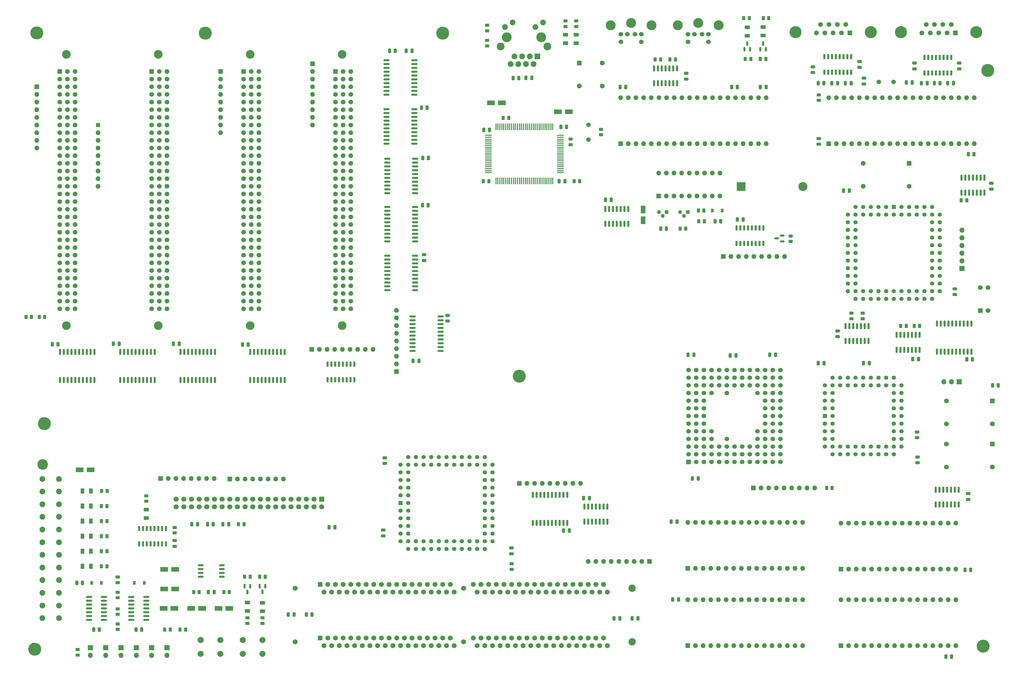
<source format=gbr>
%TF.GenerationSoftware,KiCad,Pcbnew,(6.0.8)*%
%TF.CreationDate,2022-10-29T13:34:51+01:00*%
%TF.ProjectId,yddraig030,79646472-6169-4673-9033-302e6b696361,rev?*%
%TF.SameCoordinates,Original*%
%TF.FileFunction,Soldermask,Top*%
%TF.FilePolarity,Negative*%
%FSLAX46Y46*%
G04 Gerber Fmt 4.6, Leading zero omitted, Abs format (unit mm)*
G04 Created by KiCad (PCBNEW (6.0.8)) date 2022-10-29 13:34:51*
%MOMM*%
%LPD*%
G01*
G04 APERTURE LIST*
G04 Aperture macros list*
%AMRoundRect*
0 Rectangle with rounded corners*
0 $1 Rounding radius*
0 $2 $3 $4 $5 $6 $7 $8 $9 X,Y pos of 4 corners*
0 Add a 4 corners polygon primitive as box body*
4,1,4,$2,$3,$4,$5,$6,$7,$8,$9,$2,$3,0*
0 Add four circle primitives for the rounded corners*
1,1,$1+$1,$2,$3*
1,1,$1+$1,$4,$5*
1,1,$1+$1,$6,$7*
1,1,$1+$1,$8,$9*
0 Add four rect primitives between the rounded corners*
20,1,$1+$1,$2,$3,$4,$5,0*
20,1,$1+$1,$4,$5,$6,$7,0*
20,1,$1+$1,$6,$7,$8,$9,0*
20,1,$1+$1,$8,$9,$2,$3,0*%
G04 Aperture macros list end*
%ADD10RoundRect,0.250000X-0.250000X-0.475000X0.250000X-0.475000X0.250000X0.475000X-0.250000X0.475000X0*%
%ADD11RoundRect,0.250000X0.450000X-0.262500X0.450000X0.262500X-0.450000X0.262500X-0.450000X-0.262500X0*%
%ADD12R,1.300000X1.300000*%
%ADD13C,1.300000*%
%ADD14R,1.600000X1.600000*%
%ADD15O,1.600000X1.600000*%
%ADD16RoundRect,0.250000X0.625000X-0.375000X0.625000X0.375000X-0.625000X0.375000X-0.625000X-0.375000X0*%
%ADD17RoundRect,0.250000X0.375000X0.625000X-0.375000X0.625000X-0.375000X-0.625000X0.375000X-0.625000X0*%
%ADD18RoundRect,0.250000X-0.625000X0.375000X-0.625000X-0.375000X0.625000X-0.375000X0.625000X0.375000X0*%
%ADD19RoundRect,0.250000X-1.050000X-0.550000X1.050000X-0.550000X1.050000X0.550000X-1.050000X0.550000X0*%
%ADD20RoundRect,0.250000X-0.475000X0.250000X-0.475000X-0.250000X0.475000X-0.250000X0.475000X0.250000X0*%
%ADD21RoundRect,0.250000X0.250000X0.475000X-0.250000X0.475000X-0.250000X-0.475000X0.250000X-0.475000X0*%
%ADD22RoundRect,0.150000X0.150000X-0.875000X0.150000X0.875000X-0.150000X0.875000X-0.150000X-0.875000X0*%
%ADD23R,1.700000X1.700000*%
%ADD24O,1.700000X1.700000*%
%ADD25RoundRect,0.250000X-0.262500X-0.450000X0.262500X-0.450000X0.262500X0.450000X-0.262500X0.450000X0*%
%ADD26RoundRect,0.150000X0.875000X0.150000X-0.875000X0.150000X-0.875000X-0.150000X0.875000X-0.150000X0*%
%ADD27C,1.600000*%
%ADD28RoundRect,0.150000X-0.150000X0.825000X-0.150000X-0.825000X0.150000X-0.825000X0.150000X0.825000X0*%
%ADD29RoundRect,0.250000X0.475000X-0.250000X0.475000X0.250000X-0.475000X0.250000X-0.475000X-0.250000X0*%
%ADD30RoundRect,0.150000X0.150000X-0.825000X0.150000X0.825000X-0.150000X0.825000X-0.150000X-0.825000X0*%
%ADD31RoundRect,0.150000X-0.875000X-0.150000X0.875000X-0.150000X0.875000X0.150000X-0.875000X0.150000X0*%
%ADD32RoundRect,0.250000X-0.450000X0.262500X-0.450000X-0.262500X0.450000X-0.262500X0.450000X0.262500X0*%
%ADD33R,3.000000X3.000000*%
%ADD34C,3.000000*%
%ADD35RoundRect,0.150000X-0.150000X0.587500X-0.150000X-0.587500X0.150000X-0.587500X0.150000X0.587500X0*%
%ADD36C,1.524000*%
%ADD37C,3.300000*%
%ADD38RoundRect,0.150000X0.150000X-0.725000X0.150000X0.725000X-0.150000X0.725000X-0.150000X-0.725000X0*%
%ADD39RoundRect,0.250000X0.262500X0.450000X-0.262500X0.450000X-0.262500X-0.450000X0.262500X-0.450000X0*%
%ADD40RoundRect,0.150000X-0.800000X-0.150000X0.800000X-0.150000X0.800000X0.150000X-0.800000X0.150000X0*%
%ADD41C,4.300000*%
%ADD42C,2.440000*%
%ADD43C,1.660000*%
%ADD44R,1.650000X1.650000*%
%ADD45C,1.650000*%
%ADD46R,1.422400X1.422400*%
%ADD47C,1.422400*%
%ADD48RoundRect,0.150000X-0.150000X0.875000X-0.150000X-0.875000X0.150000X-0.875000X0.150000X0.875000X0*%
%ADD49C,2.850000*%
%ADD50RoundRect,0.249999X-0.525001X-0.525001X0.525001X-0.525001X0.525001X0.525001X-0.525001X0.525001X0*%
%ADD51C,1.550000*%
%ADD52C,1.905000*%
%ADD53C,3.505200*%
%ADD54R,1.400000X1.400000*%
%ADD55R,1.524000X1.524000*%
%ADD56C,4.000000*%
%ADD57RoundRect,0.250000X-0.600000X0.600000X-0.600000X-0.600000X0.600000X-0.600000X0.600000X0.600000X0*%
%ADD58C,1.700000*%
%ADD59RoundRect,0.150000X-0.150000X0.725000X-0.150000X-0.725000X0.150000X-0.725000X0.150000X0.725000X0*%
%ADD60C,2.000000*%
%ADD61R,0.350000X2.200000*%
%ADD62R,2.200000X0.350000*%
%ADD63C,1.500000*%
%ADD64R,1.580000X1.580000*%
%ADD65C,1.580000*%
%ADD66R,0.900000X1.200000*%
%ADD67RoundRect,0.150000X0.150000X-0.587500X0.150000X0.587500X-0.150000X0.587500X-0.150000X-0.587500X0*%
%ADD68RoundRect,0.150000X-0.825000X-0.150000X0.825000X-0.150000X0.825000X0.150000X-0.825000X0.150000X0*%
%ADD69C,3.250000*%
%ADD70C,2.600000*%
%ADD71C,1.890000*%
%ADD72R,1.900000X1.900000*%
%ADD73C,1.900000*%
%ADD74RoundRect,0.150000X0.587500X0.150000X-0.587500X0.150000X-0.587500X-0.150000X0.587500X-0.150000X0*%
%ADD75RoundRect,0.250000X-0.550000X1.050000X-0.550000X-1.050000X0.550000X-1.050000X0.550000X1.050000X0*%
G04 APERTURE END LIST*
D10*
%TO.C,C1503*%
X270500000Y-99900000D03*
X272400000Y-99900000D03*
%TD*%
D11*
%TO.C,R202*%
X108000000Y-233912500D03*
X108000000Y-232087500D03*
%TD*%
D12*
%TO.C,Q1302*%
X247040000Y-97500000D03*
D13*
X245770000Y-98770000D03*
X244500000Y-97500000D03*
%TD*%
D14*
%TO.C,U402*%
X254000000Y-215646000D03*
D15*
X256540000Y-215646000D03*
X259080000Y-215646000D03*
X261620000Y-215646000D03*
X264160000Y-215646000D03*
X266700000Y-215646000D03*
X269240000Y-215646000D03*
X271780000Y-215646000D03*
X274320000Y-215646000D03*
X276860000Y-215646000D03*
X279400000Y-215646000D03*
X281940000Y-215646000D03*
X284480000Y-215646000D03*
X287020000Y-215646000D03*
X289560000Y-215646000D03*
X292100000Y-215646000D03*
X292100000Y-200406000D03*
X289560000Y-200406000D03*
X287020000Y-200406000D03*
X284480000Y-200406000D03*
X281940000Y-200406000D03*
X279400000Y-200406000D03*
X276860000Y-200406000D03*
X274320000Y-200406000D03*
X271780000Y-200406000D03*
X269240000Y-200406000D03*
X266700000Y-200406000D03*
X264160000Y-200406000D03*
X261620000Y-200406000D03*
X259080000Y-200406000D03*
X256540000Y-200406000D03*
X254000000Y-200406000D03*
%TD*%
D10*
%TO.C,C1302*%
X263100000Y-100500000D03*
X265000000Y-100500000D03*
%TD*%
D16*
%TO.C,D202*%
X113000000Y-229900000D03*
X113000000Y-227100000D03*
%TD*%
D17*
%TO.C,D1406*%
X56087500Y-215000000D03*
X53287500Y-215000000D03*
%TD*%
D11*
%TO.C,R1208*%
X213500000Y-35912500D03*
X213500000Y-34087500D03*
%TD*%
D18*
%TO.C,D601*%
X74500000Y-196200000D03*
X74500000Y-199000000D03*
%TD*%
D14*
%TO.C,U501*%
X300750000Y-74750000D03*
D15*
X303290000Y-74750000D03*
X305830000Y-74750000D03*
X308370000Y-74750000D03*
X310910000Y-74750000D03*
X313450000Y-74750000D03*
X315990000Y-74750000D03*
X318530000Y-74750000D03*
X321070000Y-74750000D03*
X323610000Y-74750000D03*
X326150000Y-74750000D03*
X328690000Y-74750000D03*
X331230000Y-74750000D03*
X333770000Y-74750000D03*
X336310000Y-74750000D03*
X338850000Y-74750000D03*
X341390000Y-74750000D03*
X343930000Y-74750000D03*
X346470000Y-74750000D03*
X349010000Y-74750000D03*
X349010000Y-59510000D03*
X346470000Y-59510000D03*
X343930000Y-59510000D03*
X341390000Y-59510000D03*
X338850000Y-59510000D03*
X336310000Y-59510000D03*
X333770000Y-59510000D03*
X331230000Y-59510000D03*
X328690000Y-59510000D03*
X326150000Y-59510000D03*
X323610000Y-59510000D03*
X321070000Y-59510000D03*
X318530000Y-59510000D03*
X315990000Y-59510000D03*
X313450000Y-59510000D03*
X310910000Y-59510000D03*
X308370000Y-59510000D03*
X305830000Y-59510000D03*
X303290000Y-59510000D03*
X300750000Y-59510000D03*
%TD*%
D19*
%TO.C,C1408*%
X80200000Y-229000000D03*
X83800000Y-229000000D03*
%TD*%
D10*
%TO.C,C1103*%
X231600000Y-56000000D03*
X233500000Y-56000000D03*
%TD*%
D14*
%TO.C,U1102*%
X231740000Y-74740000D03*
D15*
X234280000Y-74740000D03*
X236820000Y-74740000D03*
X239360000Y-74740000D03*
X241900000Y-74740000D03*
X244440000Y-74740000D03*
X246980000Y-74740000D03*
X249520000Y-74740000D03*
X252060000Y-74740000D03*
X254600000Y-74740000D03*
X257140000Y-74740000D03*
X259680000Y-74740000D03*
X262220000Y-74740000D03*
X264760000Y-74740000D03*
X267300000Y-74740000D03*
X269840000Y-74740000D03*
X272380000Y-74740000D03*
X274920000Y-74740000D03*
X277460000Y-74740000D03*
X280000000Y-74740000D03*
X280000000Y-59500000D03*
X277460000Y-59500000D03*
X274920000Y-59500000D03*
X272380000Y-59500000D03*
X269840000Y-59500000D03*
X267300000Y-59500000D03*
X264760000Y-59500000D03*
X262220000Y-59500000D03*
X259680000Y-59500000D03*
X257140000Y-59500000D03*
X254600000Y-59500000D03*
X252060000Y-59500000D03*
X249520000Y-59500000D03*
X246980000Y-59500000D03*
X244440000Y-59500000D03*
X241900000Y-59500000D03*
X239360000Y-59500000D03*
X236820000Y-59500000D03*
X234280000Y-59500000D03*
X231740000Y-59500000D03*
%TD*%
D20*
%TO.C,C505*%
X311000000Y-47550000D03*
X311000000Y-49450000D03*
%TD*%
D21*
%TO.C,C510*%
X342150000Y-54750000D03*
X340250000Y-54750000D03*
%TD*%
D22*
%TO.C,U902*%
X65785000Y-153150000D03*
X67055000Y-153150000D03*
X68325000Y-153150000D03*
X69595000Y-153150000D03*
X70865000Y-153150000D03*
X72135000Y-153150000D03*
X73405000Y-153150000D03*
X74675000Y-153150000D03*
X75945000Y-153150000D03*
X77215000Y-153150000D03*
X77215000Y-143850000D03*
X75945000Y-143850000D03*
X74675000Y-143850000D03*
X73405000Y-143850000D03*
X72135000Y-143850000D03*
X70865000Y-143850000D03*
X69595000Y-143850000D03*
X68325000Y-143850000D03*
X67055000Y-143850000D03*
X65785000Y-143850000D03*
%TD*%
D20*
%TO.C,C905*%
X166600000Y-111650000D03*
X166600000Y-113550000D03*
%TD*%
D23*
%TO.C,J202*%
X81280000Y-242000000D03*
D24*
X81280000Y-244540000D03*
%TD*%
D25*
%TO.C,R1101*%
X243215000Y-46850000D03*
X245040000Y-46850000D03*
%TD*%
D20*
%TO.C,C308*%
X330200000Y-178748000D03*
X330200000Y-180648000D03*
%TD*%
D10*
%TO.C,C903*%
X83450000Y-141150000D03*
X85350000Y-141150000D03*
%TD*%
D26*
%TO.C,U909*%
X163650000Y-107215000D03*
X163650000Y-105945000D03*
X163650000Y-104675000D03*
X163650000Y-103405000D03*
X163650000Y-102135000D03*
X163650000Y-100865000D03*
X163650000Y-99595000D03*
X163650000Y-98325000D03*
X163650000Y-97055000D03*
X163650000Y-95785000D03*
X154350000Y-95785000D03*
X154350000Y-97055000D03*
X154350000Y-98325000D03*
X154350000Y-99595000D03*
X154350000Y-100865000D03*
X154350000Y-102135000D03*
X154350000Y-103405000D03*
X154350000Y-104675000D03*
X154350000Y-105945000D03*
X154350000Y-107215000D03*
%TD*%
D22*
%TO.C,U903*%
X45840000Y-153187500D03*
X47110000Y-153187500D03*
X48380000Y-153187500D03*
X49650000Y-153187500D03*
X50920000Y-153187500D03*
X52190000Y-153187500D03*
X53460000Y-153187500D03*
X54730000Y-153187500D03*
X56000000Y-153187500D03*
X57270000Y-153187500D03*
X57270000Y-143887500D03*
X56000000Y-143887500D03*
X54730000Y-143887500D03*
X53460000Y-143887500D03*
X52190000Y-143887500D03*
X50920000Y-143887500D03*
X49650000Y-143887500D03*
X48380000Y-143887500D03*
X47110000Y-143887500D03*
X45840000Y-143887500D03*
%TD*%
D10*
%TO.C,C1102*%
X268600000Y-56000000D03*
X270500000Y-56000000D03*
%TD*%
%TO.C,C1205*%
X211400000Y-87200000D03*
X213300000Y-87200000D03*
%TD*%
D14*
%TO.C,X1101*%
X218030000Y-48030000D03*
D27*
X218030000Y-55650000D03*
X225650000Y-55650000D03*
X225650000Y-48030000D03*
%TD*%
D14*
%TO.C,RN701*%
X129325000Y-143000000D03*
D15*
X131865000Y-143000000D03*
X134405000Y-143000000D03*
X136945000Y-143000000D03*
X139485000Y-143000000D03*
X142025000Y-143000000D03*
X144565000Y-143000000D03*
X147105000Y-143000000D03*
X149645000Y-143000000D03*
%TD*%
D28*
%TO.C,U705*%
X314020000Y-135300000D03*
X312750000Y-135300000D03*
X311480000Y-135300000D03*
X310210000Y-135300000D03*
X308940000Y-135300000D03*
X307670000Y-135300000D03*
X306400000Y-135300000D03*
X306400000Y-140250000D03*
X307670000Y-140250000D03*
X308940000Y-140250000D03*
X310210000Y-140250000D03*
X311480000Y-140250000D03*
X312750000Y-140250000D03*
X314020000Y-140250000D03*
%TD*%
D10*
%TO.C,C1203*%
X211950000Y-69200000D03*
X213850000Y-69200000D03*
%TD*%
D29*
%TO.C,C1004*%
X153500000Y-180900000D03*
X153500000Y-179000000D03*
%TD*%
D25*
%TO.C,R504*%
X278087500Y-46650000D03*
X279912500Y-46650000D03*
%TD*%
D30*
%TO.C,U1101*%
X242820000Y-54750000D03*
X244090000Y-54750000D03*
X245360000Y-54750000D03*
X246630000Y-54750000D03*
X247900000Y-54750000D03*
X249170000Y-54750000D03*
X250440000Y-54750000D03*
X250440000Y-49800000D03*
X249170000Y-49800000D03*
X247900000Y-49800000D03*
X246630000Y-49800000D03*
X245360000Y-49800000D03*
X244090000Y-49800000D03*
X242820000Y-49800000D03*
%TD*%
D31*
%TO.C,U707*%
X162750000Y-132135000D03*
X162750000Y-133405000D03*
X162750000Y-134675000D03*
X162750000Y-135945000D03*
X162750000Y-137215000D03*
X162750000Y-138485000D03*
X162750000Y-139755000D03*
X162750000Y-141025000D03*
X162750000Y-142295000D03*
X162750000Y-143565000D03*
X172050000Y-143565000D03*
X172050000Y-142295000D03*
X172050000Y-141025000D03*
X172050000Y-139755000D03*
X172050000Y-138485000D03*
X172050000Y-137215000D03*
X172050000Y-135945000D03*
X172050000Y-134675000D03*
X172050000Y-133405000D03*
X172050000Y-132135000D03*
%TD*%
D11*
%TO.C,R1209*%
X217000000Y-35912500D03*
X217000000Y-34087500D03*
%TD*%
D25*
%TO.C,R205*%
X112087500Y-218500000D03*
X113912500Y-218500000D03*
%TD*%
D10*
%TO.C,C909*%
X166050000Y-95175000D03*
X167950000Y-95175000D03*
%TD*%
D32*
%TO.C,R801*%
X312050000Y-131000000D03*
X312050000Y-132825000D03*
%TD*%
D21*
%TO.C,C1204*%
X198000000Y-53000000D03*
X196100000Y-53000000D03*
%TD*%
D33*
%TO.C,BT1301*%
X271747584Y-89000000D03*
D34*
X292237584Y-89000000D03*
%TD*%
D20*
%TO.C,C1101*%
X253540000Y-51450000D03*
X253540000Y-53350000D03*
%TD*%
D10*
%TO.C,C307*%
X281244000Y-144780000D03*
X283144000Y-144780000D03*
%TD*%
D35*
%TO.C,Q201*%
X108950000Y-221625000D03*
X107050000Y-221625000D03*
X108000000Y-223500000D03*
%TD*%
D32*
%TO.C,R605*%
X83865000Y-202100000D03*
X83865000Y-203925000D03*
%TD*%
D29*
%TO.C,C514*%
X329250000Y-49950000D03*
X329250000Y-48050000D03*
%TD*%
D10*
%TO.C,C906*%
X165700000Y-62850000D03*
X167600000Y-62850000D03*
%TD*%
D25*
%TO.C,R1406*%
X59587500Y-195000000D03*
X61412500Y-195000000D03*
%TD*%
D10*
%TO.C,C908*%
X160666000Y-44000000D03*
X162566000Y-44000000D03*
%TD*%
D32*
%TO.C,R1205*%
X215162500Y-73275000D03*
X215162500Y-75100000D03*
%TD*%
D36*
%TO.C,J1101*%
X233950000Y-38500000D03*
X236550000Y-38500000D03*
X231850000Y-38500000D03*
X238650000Y-38500000D03*
X231850000Y-41000000D03*
X238650000Y-41000000D03*
D37*
X235250000Y-34700000D03*
X242000000Y-35500000D03*
X228500000Y-35500000D03*
%TD*%
D36*
%TO.C,J1102*%
X256200000Y-38500000D03*
X258800000Y-38500000D03*
X254100000Y-38500000D03*
X260900000Y-38500000D03*
X254100000Y-41000000D03*
X260900000Y-41000000D03*
D37*
X257500000Y-34700000D03*
X250750000Y-35500000D03*
X264250000Y-35500000D03*
%TD*%
D38*
%TO.C,U706*%
X134555000Y-153075000D03*
X135825000Y-153075000D03*
X137095000Y-153075000D03*
X138365000Y-153075000D03*
X139635000Y-153075000D03*
X140905000Y-153075000D03*
X142175000Y-153075000D03*
X143445000Y-153075000D03*
X143445000Y-147925000D03*
X142175000Y-147925000D03*
X140905000Y-147925000D03*
X139635000Y-147925000D03*
X138365000Y-147925000D03*
X137095000Y-147925000D03*
X135825000Y-147925000D03*
X134555000Y-147925000D03*
%TD*%
D10*
%TO.C,C707*%
X226750000Y-93400000D03*
X228650000Y-93400000D03*
%TD*%
D26*
%TO.C,U908*%
X163396000Y-58515000D03*
X163396000Y-57245000D03*
X163396000Y-55975000D03*
X163396000Y-54705000D03*
X163396000Y-53435000D03*
X163396000Y-52165000D03*
X163396000Y-50895000D03*
X163396000Y-49625000D03*
X163396000Y-48355000D03*
X163396000Y-47085000D03*
X154096000Y-47085000D03*
X154096000Y-48355000D03*
X154096000Y-49625000D03*
X154096000Y-50895000D03*
X154096000Y-52165000D03*
X154096000Y-53435000D03*
X154096000Y-54705000D03*
X154096000Y-55975000D03*
X154096000Y-57245000D03*
X154096000Y-58515000D03*
%TD*%
D11*
%TO.C,R1001*%
X195600000Y-216000000D03*
X195600000Y-214175000D03*
%TD*%
D39*
%TO.C,R301*%
X301912500Y-189000000D03*
X300087500Y-189000000D03*
%TD*%
D25*
%TO.C,R502*%
X273087500Y-46650000D03*
X274912500Y-46650000D03*
%TD*%
D10*
%TO.C,C901*%
X43300000Y-141300000D03*
X45200000Y-141300000D03*
%TD*%
%TO.C,C508*%
X331550000Y-54750000D03*
X333450000Y-54750000D03*
%TD*%
D21*
%TO.C,C1006*%
X237500000Y-232250000D03*
X235600000Y-232250000D03*
%TD*%
D25*
%TO.C,R503*%
X272587500Y-33150000D03*
X274412500Y-33150000D03*
%TD*%
D10*
%TO.C,C512*%
X335800000Y-54750000D03*
X337700000Y-54750000D03*
%TD*%
D23*
%TO.C,J701*%
X344950000Y-116150000D03*
D24*
X344950000Y-113610000D03*
X344950000Y-111070000D03*
X344950000Y-108530000D03*
X344950000Y-105990000D03*
X344950000Y-103450000D03*
%TD*%
D21*
%TO.C,C1301*%
X246950000Y-103000000D03*
X245050000Y-103000000D03*
%TD*%
D10*
%TO.C,C304*%
X297312000Y-147574000D03*
X299212000Y-147574000D03*
%TD*%
D25*
%TO.C,R702*%
X329100000Y-135200000D03*
X330925000Y-135200000D03*
%TD*%
D21*
%TO.C,C705*%
X357000000Y-155000000D03*
X355100000Y-155000000D03*
%TD*%
D20*
%TO.C,C703*%
X174400000Y-131750000D03*
X174400000Y-133650000D03*
%TD*%
D40*
%TO.C,U201*%
X92500000Y-214690000D03*
X92500000Y-215960000D03*
X92500000Y-217230000D03*
X92500000Y-218500000D03*
X99500000Y-218500000D03*
X99500000Y-217230000D03*
X99500000Y-215960000D03*
X99500000Y-214690000D03*
%TD*%
D41*
%TO.C,H108*%
X172720000Y-38100000D03*
%TD*%
D42*
%TO.C,SIMM1001*%
X235585000Y-240030000D03*
D43*
X179705000Y-240030000D03*
X123825000Y-240030000D03*
D44*
X132080000Y-238760000D03*
D45*
X133350000Y-241300000D03*
X134620000Y-238760000D03*
X135890000Y-241300000D03*
X137160000Y-238760000D03*
X138430000Y-241300000D03*
X139700000Y-238760000D03*
X140970000Y-241300000D03*
X142240000Y-238760000D03*
X143510000Y-241300000D03*
X144780000Y-238760000D03*
X146050000Y-241300000D03*
X147320000Y-238760000D03*
X148590000Y-241300000D03*
X149860000Y-238760000D03*
X151130000Y-241300000D03*
X152400000Y-238760000D03*
X153670000Y-241300000D03*
X154940000Y-238760000D03*
X156210000Y-241300000D03*
X157480000Y-238760000D03*
X158750000Y-241300000D03*
X160020000Y-238760000D03*
X161290000Y-241300000D03*
X162560000Y-238760000D03*
X163830000Y-241300000D03*
X165100000Y-238760000D03*
X166370000Y-241300000D03*
X167640000Y-238760000D03*
X168910000Y-241300000D03*
X170180000Y-238760000D03*
X171450000Y-241300000D03*
X172720000Y-238760000D03*
X173990000Y-241300000D03*
X175260000Y-238760000D03*
X176530000Y-241300000D03*
X182880000Y-238760000D03*
X184150000Y-241300000D03*
X185420000Y-238760000D03*
X186690000Y-241300000D03*
X187960000Y-238760000D03*
X189230000Y-241300000D03*
X190500000Y-238760000D03*
X191770000Y-241300000D03*
X193040000Y-238760000D03*
X194310000Y-241300000D03*
X195580000Y-238760000D03*
X196850000Y-241300000D03*
X198120000Y-238760000D03*
X199390000Y-241300000D03*
X200660000Y-238760000D03*
X201930000Y-241300000D03*
X203200000Y-238760000D03*
X204470000Y-241300000D03*
X205740000Y-238760000D03*
X207010000Y-241300000D03*
X208280000Y-238760000D03*
X209550000Y-241300000D03*
X210820000Y-238760000D03*
X212090000Y-241300000D03*
X213360000Y-238760000D03*
X214630000Y-241300000D03*
X215900000Y-238760000D03*
X217170000Y-241300000D03*
X218440000Y-238760000D03*
X219710000Y-241300000D03*
X220980000Y-238760000D03*
X222250000Y-241300000D03*
X223520000Y-238760000D03*
X224790000Y-241300000D03*
X226060000Y-238760000D03*
X227330000Y-241300000D03*
%TD*%
D19*
%TO.C,C201*%
X89400000Y-229000000D03*
X93000000Y-229000000D03*
%TD*%
D46*
%TO.C,U1001*%
X158760000Y-194000000D03*
D47*
X161300000Y-194000000D03*
X158760000Y-196540000D03*
X161300000Y-196540000D03*
X158760000Y-199080000D03*
X161300000Y-199080000D03*
X158760000Y-201620000D03*
X161300000Y-201620000D03*
X158760000Y-204160000D03*
X161300000Y-204160000D03*
X158760000Y-206700000D03*
X161300000Y-209240000D03*
X161300000Y-206700000D03*
X163840000Y-209240000D03*
X163840000Y-206700000D03*
X166380000Y-209240000D03*
X166380000Y-206700000D03*
X168920000Y-209240000D03*
X168920000Y-206700000D03*
X171460000Y-209240000D03*
X171460000Y-206700000D03*
X174000000Y-209240000D03*
X174000000Y-206700000D03*
X176540000Y-209240000D03*
X176540000Y-206700000D03*
X179080000Y-209240000D03*
X179080000Y-206700000D03*
X181620000Y-209240000D03*
X181620000Y-206700000D03*
X184160000Y-209240000D03*
X184160000Y-206700000D03*
X186700000Y-209240000D03*
X189240000Y-206700000D03*
X186700000Y-206700000D03*
X189240000Y-204160000D03*
X186700000Y-204160000D03*
X189240000Y-201620000D03*
X186700000Y-201620000D03*
X189240000Y-199080000D03*
X186700000Y-199080000D03*
X189240000Y-196540000D03*
X186700000Y-196540000D03*
X189240000Y-194000000D03*
X186700000Y-194000000D03*
X189240000Y-191460000D03*
X186700000Y-191460000D03*
X189240000Y-188920000D03*
X186700000Y-188920000D03*
X189240000Y-186380000D03*
X186700000Y-186380000D03*
X189240000Y-183840000D03*
X186700000Y-183840000D03*
X189240000Y-181300000D03*
X186700000Y-178760000D03*
X186700000Y-181300000D03*
X184160000Y-178760000D03*
X184160000Y-181300000D03*
X181620000Y-178760000D03*
X181620000Y-181300000D03*
X179080000Y-178760000D03*
X179080000Y-181300000D03*
X176540000Y-178760000D03*
X176540000Y-181300000D03*
X174000000Y-178760000D03*
X174000000Y-181300000D03*
X171460000Y-178760000D03*
X171460000Y-181300000D03*
X168920000Y-178760000D03*
X168920000Y-181300000D03*
X166380000Y-178760000D03*
X166380000Y-181300000D03*
X163840000Y-178760000D03*
X163840000Y-181300000D03*
X161300000Y-178760000D03*
X158760000Y-181300000D03*
X161300000Y-181300000D03*
X158760000Y-183840000D03*
X161300000Y-183840000D03*
X158760000Y-186380000D03*
X161300000Y-186380000D03*
X158760000Y-188920000D03*
X161300000Y-188920000D03*
X158760000Y-191460000D03*
X161300000Y-191460000D03*
%TD*%
D48*
%TO.C,U708*%
X348115000Y-134450000D03*
X346845000Y-134450000D03*
X345575000Y-134450000D03*
X344305000Y-134450000D03*
X343035000Y-134450000D03*
X341765000Y-134450000D03*
X340495000Y-134450000D03*
X339225000Y-134450000D03*
X337955000Y-134450000D03*
X336685000Y-134450000D03*
X336685000Y-143750000D03*
X337955000Y-143750000D03*
X339225000Y-143750000D03*
X340495000Y-143750000D03*
X341765000Y-143750000D03*
X343035000Y-143750000D03*
X344305000Y-143750000D03*
X345575000Y-143750000D03*
X346845000Y-143750000D03*
X348115000Y-143750000D03*
%TD*%
D17*
%TO.C,D1401*%
X56087500Y-205000000D03*
X53287500Y-205000000D03*
%TD*%
D21*
%TO.C,C504*%
X348950000Y-78250000D03*
X347050000Y-78250000D03*
%TD*%
D49*
%TO.C,EXP801*%
X47960000Y-45170000D03*
X47960000Y-135170000D03*
D50*
X45720000Y-50800000D03*
D51*
X45720000Y-53340000D03*
X45720000Y-55880000D03*
X45720000Y-58420000D03*
X45720000Y-60960000D03*
X45720000Y-63500000D03*
X45720000Y-66040000D03*
X45720000Y-68580000D03*
X45720000Y-71120000D03*
X45720000Y-73660000D03*
X45720000Y-76200000D03*
X45720000Y-78740000D03*
X45720000Y-81280000D03*
X45720000Y-83820000D03*
X45720000Y-86360000D03*
X45720000Y-88900000D03*
X45720000Y-91440000D03*
X45720000Y-93980000D03*
X45720000Y-96520000D03*
X45720000Y-99060000D03*
X45720000Y-101600000D03*
X45720000Y-104140000D03*
X45720000Y-106680000D03*
X45720000Y-109220000D03*
X45720000Y-111760000D03*
X45720000Y-114300000D03*
X45720000Y-116840000D03*
X45720000Y-119380000D03*
X45720000Y-121920000D03*
X45720000Y-124460000D03*
X45720000Y-127000000D03*
X45720000Y-129540000D03*
X48260000Y-50800000D03*
X48260000Y-53340000D03*
X48260000Y-55880000D03*
X48260000Y-58420000D03*
X48260000Y-60960000D03*
X48260000Y-63500000D03*
X48260000Y-66040000D03*
X48260000Y-68580000D03*
X48260000Y-71120000D03*
X48260000Y-73660000D03*
X48260000Y-76200000D03*
X48260000Y-78740000D03*
X48260000Y-81280000D03*
X48260000Y-83820000D03*
X48260000Y-86360000D03*
X48260000Y-88900000D03*
X48260000Y-91440000D03*
X48260000Y-93980000D03*
X48260000Y-96520000D03*
X48260000Y-99060000D03*
X48260000Y-101600000D03*
X48260000Y-104140000D03*
X48260000Y-106680000D03*
X48260000Y-109220000D03*
X48260000Y-111760000D03*
X48260000Y-114300000D03*
X48260000Y-116840000D03*
X48260000Y-119380000D03*
X48260000Y-121920000D03*
X48260000Y-124460000D03*
X48260000Y-127000000D03*
X48260000Y-129540000D03*
X50800000Y-50800000D03*
X50800000Y-53340000D03*
X50800000Y-55880000D03*
X50800000Y-58420000D03*
X50800000Y-60960000D03*
X50800000Y-63500000D03*
X50800000Y-66040000D03*
X50800000Y-68580000D03*
X50800000Y-71120000D03*
X50800000Y-73660000D03*
X50800000Y-76200000D03*
X50800000Y-78740000D03*
X50800000Y-81280000D03*
X50800000Y-83820000D03*
X50800000Y-86360000D03*
X50800000Y-88900000D03*
X50800000Y-91440000D03*
X50800000Y-93980000D03*
X50800000Y-96520000D03*
X50800000Y-99060000D03*
X50800000Y-101600000D03*
X50800000Y-104140000D03*
X50800000Y-106680000D03*
X50800000Y-109220000D03*
X50800000Y-111760000D03*
X50800000Y-114300000D03*
X50800000Y-116840000D03*
X50800000Y-119380000D03*
X50800000Y-121920000D03*
X50800000Y-124460000D03*
X50800000Y-127000000D03*
X50800000Y-129540000D03*
%TD*%
D52*
%TO.C,J1401*%
X45500000Y-186000008D03*
X45500000Y-190200007D03*
X45500000Y-194400006D03*
X45500000Y-198600005D03*
X45500000Y-202800005D03*
X45500000Y-207000004D03*
X45500000Y-211200003D03*
X45500000Y-215400002D03*
X45500000Y-219600002D03*
X45500000Y-223800001D03*
X45500000Y-228000000D03*
X45500000Y-232199999D03*
X40000001Y-186000008D03*
X40000001Y-190200007D03*
X40000001Y-194400006D03*
X40000001Y-198600005D03*
X40000001Y-202800005D03*
X40000001Y-207000004D03*
X40000001Y-211200003D03*
X40000001Y-215400002D03*
X40000001Y-219600002D03*
X40000001Y-223800001D03*
X40000001Y-228000000D03*
X40000001Y-232199999D03*
D53*
X40102500Y-181236505D03*
%TD*%
D25*
%TO.C,R201*%
X107087500Y-218500000D03*
X108912500Y-218500000D03*
%TD*%
D41*
%TO.C,H105*%
X94000000Y-38100000D03*
%TD*%
D25*
%TO.C,R804*%
X38955900Y-132257800D03*
X40780900Y-132257800D03*
%TD*%
D29*
%TO.C,C706*%
X303756250Y-138787500D03*
X303756250Y-136887500D03*
%TD*%
D25*
%TO.C,R207*%
X85675000Y-236000000D03*
X87500000Y-236000000D03*
%TD*%
%TO.C,R1404*%
X59587500Y-210000000D03*
X61412500Y-210000000D03*
%TD*%
D54*
%TO.C,RN904*%
X58420000Y-68580000D03*
D15*
X58420000Y-71120000D03*
X58420000Y-73660000D03*
X58420000Y-76200000D03*
X58420000Y-78740000D03*
X58420000Y-81280000D03*
X58420000Y-83820000D03*
X58420000Y-86360000D03*
X58420000Y-88900000D03*
%TD*%
D55*
%TO.C,U301*%
X254254000Y-180340000D03*
D36*
X254254000Y-177800000D03*
X254254000Y-175260000D03*
X254254000Y-172720000D03*
X254254000Y-170180000D03*
X254254000Y-167640000D03*
X254254000Y-165100000D03*
X254254000Y-162560000D03*
X254254000Y-160020000D03*
X254254000Y-157480000D03*
X254254000Y-154940000D03*
X254254000Y-152400000D03*
X254254000Y-149860000D03*
X256794000Y-180340000D03*
X256794000Y-177800000D03*
X256794000Y-175260000D03*
X256794000Y-172720000D03*
X256794000Y-170180000D03*
X256794000Y-167640000D03*
X256794000Y-165100000D03*
X256794000Y-162560000D03*
X256794000Y-160020000D03*
X256794000Y-157480000D03*
X256794000Y-154940000D03*
X256794000Y-152400000D03*
X256794000Y-149860000D03*
X259334000Y-180340000D03*
X259334000Y-177800000D03*
X259334000Y-175260000D03*
X259334000Y-172720000D03*
X259334000Y-170180000D03*
X259334000Y-167640000D03*
X259334000Y-165100000D03*
X259334000Y-162560000D03*
X259334000Y-160020000D03*
X259334000Y-157480000D03*
X259334000Y-154940000D03*
X259334000Y-152400000D03*
X259334000Y-149860000D03*
X261874000Y-180340000D03*
X261874000Y-177800000D03*
X261874000Y-175260000D03*
X261874000Y-172720000D03*
X261874000Y-170180000D03*
X261874000Y-157480000D03*
X261874000Y-154940000D03*
X261874000Y-152400000D03*
X261874000Y-149860000D03*
X264414000Y-180340000D03*
X264414000Y-177800000D03*
X264414000Y-175260000D03*
X264414000Y-154940000D03*
X264414000Y-152400000D03*
X264414000Y-149860000D03*
X266954000Y-180340000D03*
X266954000Y-177800000D03*
X266954000Y-175260000D03*
X266954000Y-172720000D03*
X266954000Y-157480000D03*
X266954000Y-154940000D03*
X266954000Y-152400000D03*
X266954000Y-149860000D03*
X269494000Y-180340000D03*
X269494000Y-177800000D03*
X269494000Y-175260000D03*
X269494000Y-154940000D03*
X269494000Y-152400000D03*
X269494000Y-149860000D03*
X272034000Y-180340000D03*
X272034000Y-177800000D03*
X272034000Y-175260000D03*
X272034000Y-154940000D03*
X272034000Y-152400000D03*
X272034000Y-149860000D03*
X274574000Y-180340000D03*
X274574000Y-177800000D03*
X274574000Y-175260000D03*
X274574000Y-154940000D03*
X274574000Y-152400000D03*
X274574000Y-149860000D03*
X277114000Y-180340000D03*
X277114000Y-177800000D03*
X277114000Y-175260000D03*
X277114000Y-172720000D03*
X277114000Y-170180000D03*
X277114000Y-157480000D03*
X277114000Y-154940000D03*
X277114000Y-152400000D03*
X277114000Y-149860000D03*
X279654000Y-180340000D03*
X279654000Y-177800000D03*
X279654000Y-175260000D03*
X279654000Y-172720000D03*
X279654000Y-170180000D03*
X279654000Y-167640000D03*
X279654000Y-165100000D03*
X279654000Y-162560000D03*
X279654000Y-160020000D03*
X279654000Y-157480000D03*
X279654000Y-154940000D03*
X279654000Y-152400000D03*
X279654000Y-149860000D03*
X282194000Y-180340000D03*
X282194000Y-177800000D03*
X282194000Y-175260000D03*
X282194000Y-172720000D03*
X282194000Y-170180000D03*
X282194000Y-167640000D03*
X282194000Y-165100000D03*
X282194000Y-162560000D03*
X282194000Y-160020000D03*
X282194000Y-157480000D03*
X282194000Y-154940000D03*
X282194000Y-152400000D03*
X282194000Y-149860000D03*
X284734000Y-180340000D03*
X284734000Y-177800000D03*
X284734000Y-175260000D03*
X284734000Y-172720000D03*
X284734000Y-170180000D03*
X284734000Y-167640000D03*
X284734000Y-165100000D03*
X284734000Y-162560000D03*
X284734000Y-160020000D03*
X284734000Y-157480000D03*
X284734000Y-154940000D03*
X284734000Y-152400000D03*
X284734000Y-149860000D03*
%TD*%
D21*
%TO.C,C301*%
X257500000Y-185900000D03*
X255600000Y-185900000D03*
%TD*%
D17*
%TO.C,D1404*%
X56087500Y-195000000D03*
X53287500Y-195000000D03*
%TD*%
D20*
%TO.C,C1402*%
X65000000Y-218550000D03*
X65000000Y-220450000D03*
%TD*%
D12*
%TO.C,Q1301*%
X254040000Y-97500000D03*
D13*
X252770000Y-98770000D03*
X251500000Y-97500000D03*
%TD*%
D39*
%TO.C,R1302*%
X253325000Y-103000000D03*
X251500000Y-103000000D03*
%TD*%
D25*
%TO.C,R1409*%
X59675000Y-190000000D03*
X61500000Y-190000000D03*
%TD*%
%TO.C,R1407*%
X59587500Y-215000000D03*
X61412500Y-215000000D03*
%TD*%
D26*
%TO.C,U906*%
X163396000Y-74771000D03*
X163396000Y-73501000D03*
X163396000Y-72231000D03*
X163396000Y-70961000D03*
X163396000Y-69691000D03*
X163396000Y-68421000D03*
X163396000Y-67151000D03*
X163396000Y-65881000D03*
X163396000Y-64611000D03*
X163396000Y-63341000D03*
X154096000Y-63341000D03*
X154096000Y-64611000D03*
X154096000Y-65881000D03*
X154096000Y-67151000D03*
X154096000Y-68421000D03*
X154096000Y-69691000D03*
X154096000Y-70961000D03*
X154096000Y-72231000D03*
X154096000Y-73501000D03*
X154096000Y-74771000D03*
%TD*%
D10*
%TO.C,C202*%
X95050000Y-223500000D03*
X96950000Y-223500000D03*
%TD*%
D21*
%TO.C,C1202*%
X202300000Y-52950000D03*
X200400000Y-52950000D03*
%TD*%
%TO.C,C704*%
X348450000Y-146350000D03*
X346550000Y-146350000D03*
%TD*%
D10*
%TO.C,C404*%
X345948000Y-216154000D03*
X347848000Y-216154000D03*
%TD*%
D25*
%TO.C,R1202*%
X192837500Y-66250000D03*
X194662500Y-66250000D03*
%TD*%
D46*
%TO.C,U302*%
X299466000Y-165100000D03*
D47*
X302006000Y-165100000D03*
X299466000Y-167640000D03*
X302006000Y-167640000D03*
X299466000Y-170180000D03*
X302006000Y-170180000D03*
X299466000Y-172720000D03*
X302006000Y-172720000D03*
X299466000Y-175260000D03*
X302006000Y-177800000D03*
X302006000Y-175260000D03*
X304546000Y-177800000D03*
X304546000Y-175260000D03*
X307086000Y-177800000D03*
X307086000Y-175260000D03*
X309626000Y-177800000D03*
X309626000Y-175260000D03*
X312166000Y-177800000D03*
X312166000Y-175260000D03*
X314706000Y-177800000D03*
X314706000Y-175260000D03*
X317246000Y-177800000D03*
X317246000Y-175260000D03*
X319786000Y-177800000D03*
X319786000Y-175260000D03*
X322326000Y-177800000D03*
X324866000Y-175260000D03*
X322326000Y-175260000D03*
X324866000Y-172720000D03*
X322326000Y-172720000D03*
X324866000Y-170180000D03*
X322326000Y-170180000D03*
X324866000Y-167640000D03*
X322326000Y-167640000D03*
X324866000Y-165100000D03*
X322326000Y-165100000D03*
X324866000Y-162560000D03*
X322326000Y-162560000D03*
X324866000Y-160020000D03*
X322326000Y-160020000D03*
X324866000Y-157480000D03*
X322326000Y-157480000D03*
X324866000Y-154940000D03*
X322326000Y-152400000D03*
X322326000Y-154940000D03*
X319786000Y-152400000D03*
X319786000Y-154940000D03*
X317246000Y-152400000D03*
X317246000Y-154940000D03*
X314706000Y-152400000D03*
X314706000Y-154940000D03*
X312166000Y-152400000D03*
X312166000Y-154940000D03*
X309626000Y-152400000D03*
X309626000Y-154940000D03*
X307086000Y-152400000D03*
X307086000Y-154940000D03*
X304546000Y-152400000D03*
X304546000Y-154940000D03*
X302006000Y-152400000D03*
X299466000Y-154940000D03*
X302006000Y-154940000D03*
X299466000Y-157480000D03*
X302006000Y-157480000D03*
X299466000Y-160020000D03*
X302006000Y-160020000D03*
X299466000Y-162560000D03*
X302006000Y-162560000D03*
%TD*%
D56*
%TO.C,J501*%
X289750000Y-37750000D03*
X314750000Y-37750000D03*
D14*
X307790000Y-38050000D03*
D27*
X305020000Y-38050000D03*
X302250000Y-38050000D03*
X299480000Y-38050000D03*
X296710000Y-38050000D03*
X306405000Y-35210000D03*
X303635000Y-35210000D03*
X300865000Y-35210000D03*
X298095000Y-35210000D03*
%TD*%
D29*
%TO.C,C513*%
X295550000Y-51200000D03*
X295550000Y-49300000D03*
%TD*%
D25*
%TO.C,R203*%
X90175000Y-223500000D03*
X92000000Y-223500000D03*
%TD*%
D10*
%TO.C,C507*%
X297300000Y-54750000D03*
X299200000Y-54750000D03*
%TD*%
D57*
%TO.C,J603*%
X132630000Y-192747500D03*
D58*
X132630000Y-195287500D03*
X130090000Y-192747500D03*
X130090000Y-195287500D03*
X127550000Y-192747500D03*
X127550000Y-195287500D03*
X125010000Y-192747500D03*
X125010000Y-195287500D03*
X122470000Y-192747500D03*
X122470000Y-195287500D03*
X119930000Y-192747500D03*
X119930000Y-195287500D03*
X117390000Y-192747500D03*
X117390000Y-195287500D03*
X114850000Y-192747500D03*
X114850000Y-195287500D03*
X112310000Y-192747500D03*
X112310000Y-195287500D03*
X109770000Y-192747500D03*
X109770000Y-195287500D03*
X107230000Y-192747500D03*
X107230000Y-195287500D03*
X104690000Y-192747500D03*
X104690000Y-195287500D03*
X102150000Y-192747500D03*
X102150000Y-195287500D03*
X99610000Y-192747500D03*
X99610000Y-195287500D03*
X97070000Y-192747500D03*
X97070000Y-195287500D03*
X94530000Y-192747500D03*
X94530000Y-195287500D03*
X91990000Y-192747500D03*
X91990000Y-195287500D03*
X89450000Y-192747500D03*
X89450000Y-195287500D03*
X86910000Y-192747500D03*
X86910000Y-195287500D03*
X84370000Y-192747500D03*
X84370000Y-195287500D03*
%TD*%
D43*
%TO.C,JSIMM1001*%
X123825000Y-222250000D03*
D42*
X235585000Y-222250000D03*
D43*
X179705000Y-222250000D03*
D44*
X132080000Y-220980000D03*
D45*
X133350000Y-223520000D03*
X134620000Y-220980000D03*
X135890000Y-223520000D03*
X137160000Y-220980000D03*
X138430000Y-223520000D03*
X139700000Y-220980000D03*
X140970000Y-223520000D03*
X142240000Y-220980000D03*
X143510000Y-223520000D03*
X144780000Y-220980000D03*
X146050000Y-223520000D03*
X147320000Y-220980000D03*
X148590000Y-223520000D03*
X149860000Y-220980000D03*
X151130000Y-223520000D03*
X152400000Y-220980000D03*
X153670000Y-223520000D03*
X154940000Y-220980000D03*
X156210000Y-223520000D03*
X157480000Y-220980000D03*
X158750000Y-223520000D03*
X160020000Y-220980000D03*
X161290000Y-223520000D03*
X162560000Y-220980000D03*
X163830000Y-223520000D03*
X165100000Y-220980000D03*
X166370000Y-223520000D03*
X167640000Y-220980000D03*
X168910000Y-223520000D03*
X170180000Y-220980000D03*
X171450000Y-223520000D03*
X172720000Y-220980000D03*
X173990000Y-223520000D03*
X175260000Y-220980000D03*
X176530000Y-223520000D03*
X182880000Y-220980000D03*
X184150000Y-223520000D03*
X185420000Y-220980000D03*
X186690000Y-223520000D03*
X187960000Y-220980000D03*
X189230000Y-223520000D03*
X190500000Y-220980000D03*
X191770000Y-223520000D03*
X193040000Y-220980000D03*
X194310000Y-223520000D03*
X195580000Y-220980000D03*
X196850000Y-223520000D03*
X198120000Y-220980000D03*
X199390000Y-223520000D03*
X200660000Y-220980000D03*
X201930000Y-223520000D03*
X203200000Y-220980000D03*
X204470000Y-223520000D03*
X205740000Y-220980000D03*
X207010000Y-223520000D03*
X208280000Y-220980000D03*
X209550000Y-223520000D03*
X210820000Y-220980000D03*
X212090000Y-223520000D03*
X213360000Y-220980000D03*
X214630000Y-223520000D03*
X215900000Y-220980000D03*
X217170000Y-223520000D03*
X218440000Y-220980000D03*
X219710000Y-223520000D03*
X220980000Y-220980000D03*
X222250000Y-223520000D03*
X223520000Y-220980000D03*
X224790000Y-223520000D03*
X226060000Y-220980000D03*
X227330000Y-223520000D03*
%TD*%
D10*
%TO.C,C902*%
X63550000Y-141200000D03*
X65450000Y-141200000D03*
%TD*%
D25*
%TO.C,R1303*%
X257675000Y-100500000D03*
X259500000Y-100500000D03*
%TD*%
D19*
%TO.C,C1407*%
X80400000Y-222500000D03*
X84000000Y-222500000D03*
%TD*%
D21*
%TO.C,C401*%
X341500000Y-245000000D03*
X339600000Y-245000000D03*
%TD*%
D41*
%TO.C,H104*%
X352000000Y-241500000D03*
%TD*%
%TO.C,H106*%
X353500000Y-50500000D03*
%TD*%
D25*
%TO.C,R1301*%
X257587500Y-97000000D03*
X259412500Y-97000000D03*
%TD*%
D23*
%TO.C,J301*%
X344000000Y-153800000D03*
D24*
X341460000Y-153800000D03*
X338920000Y-153800000D03*
%TD*%
D21*
%TO.C,C708*%
X330550000Y-146200000D03*
X328650000Y-146200000D03*
%TD*%
D11*
%TO.C,R1410*%
X51650000Y-244450000D03*
X51650000Y-242625000D03*
%TD*%
D14*
%TO.C,U403*%
X304800000Y-241300000D03*
D15*
X307340000Y-241300000D03*
X309880000Y-241300000D03*
X312420000Y-241300000D03*
X314960000Y-241300000D03*
X317500000Y-241300000D03*
X320040000Y-241300000D03*
X322580000Y-241300000D03*
X325120000Y-241300000D03*
X327660000Y-241300000D03*
X330200000Y-241300000D03*
X332740000Y-241300000D03*
X335280000Y-241300000D03*
X337820000Y-241300000D03*
X340360000Y-241300000D03*
X342900000Y-241300000D03*
X342900000Y-226060000D03*
X340360000Y-226060000D03*
X337820000Y-226060000D03*
X335280000Y-226060000D03*
X332740000Y-226060000D03*
X330200000Y-226060000D03*
X327660000Y-226060000D03*
X325120000Y-226060000D03*
X322580000Y-226060000D03*
X320040000Y-226060000D03*
X317500000Y-226060000D03*
X314960000Y-226060000D03*
X312420000Y-226060000D03*
X309880000Y-226060000D03*
X307340000Y-226060000D03*
X304800000Y-226060000D03*
%TD*%
D41*
%TO.C,H101*%
X37500000Y-242500000D03*
%TD*%
D59*
%TO.C,U1503*%
X279090000Y-102700000D03*
X277820000Y-102700000D03*
X276550000Y-102700000D03*
X275280000Y-102700000D03*
X274010000Y-102700000D03*
X272740000Y-102700000D03*
X271470000Y-102700000D03*
X270200000Y-102700000D03*
X270200000Y-107850000D03*
X271470000Y-107850000D03*
X272740000Y-107850000D03*
X274010000Y-107850000D03*
X275280000Y-107850000D03*
X276550000Y-107850000D03*
X277820000Y-107850000D03*
X279090000Y-107850000D03*
%TD*%
D10*
%TO.C,C1201*%
X186350000Y-70200000D03*
X188250000Y-70200000D03*
%TD*%
D19*
%TO.C,C1206*%
X210962500Y-64200000D03*
X214562500Y-64200000D03*
%TD*%
D60*
%TO.C,SW201*%
X113000000Y-239500000D03*
X106500000Y-239500000D03*
X106500000Y-244000000D03*
X113000000Y-244000000D03*
%TD*%
D20*
%TO.C,C802*%
X354690000Y-87925000D03*
X354690000Y-89825000D03*
%TD*%
D26*
%TO.C,U907*%
X163650000Y-91215000D03*
X163650000Y-89945000D03*
X163650000Y-88675000D03*
X163650000Y-87405000D03*
X163650000Y-86135000D03*
X163650000Y-84865000D03*
X163650000Y-83595000D03*
X163650000Y-82325000D03*
X163650000Y-81055000D03*
X163650000Y-79785000D03*
X154350000Y-79785000D03*
X154350000Y-81055000D03*
X154350000Y-82325000D03*
X154350000Y-83595000D03*
X154350000Y-84865000D03*
X154350000Y-86135000D03*
X154350000Y-87405000D03*
X154350000Y-88675000D03*
X154350000Y-89945000D03*
X154350000Y-91215000D03*
%TD*%
D61*
%TO.C,U1201*%
X190425000Y-87165000D03*
X191075000Y-87165000D03*
X191725000Y-87165000D03*
X192375000Y-87165000D03*
X193025000Y-87165000D03*
X193675000Y-87165000D03*
X194325000Y-87165000D03*
X194975000Y-87165000D03*
X195625000Y-87165000D03*
X196275000Y-87165000D03*
X196925000Y-87165000D03*
X197575000Y-87165000D03*
X198225000Y-87165000D03*
X198875000Y-87165000D03*
X199525000Y-87165000D03*
X200175000Y-87165000D03*
X200825000Y-87165000D03*
X201475000Y-87165000D03*
X202125000Y-87165000D03*
X202775000Y-87165000D03*
X203425000Y-87165000D03*
X204075000Y-87165000D03*
X204725000Y-87165000D03*
X205375000Y-87165000D03*
X206025000Y-87165000D03*
X206675000Y-87165000D03*
X207325000Y-87165000D03*
X207975000Y-87165000D03*
X208625000Y-87165000D03*
X209275000Y-87165000D03*
D62*
X211815000Y-84375000D03*
X211815000Y-83725000D03*
X211815000Y-83075000D03*
X211815000Y-82425000D03*
X211815000Y-81775000D03*
X211815000Y-81125000D03*
X211815000Y-80475000D03*
X211815000Y-79825000D03*
X211815000Y-79175000D03*
X211815000Y-78525000D03*
X211815000Y-77875000D03*
X211815000Y-77225000D03*
X211815000Y-76575000D03*
X211815000Y-75925000D03*
X211815000Y-75275000D03*
X211815000Y-74625000D03*
X211815000Y-73975000D03*
X211815000Y-73325000D03*
X211815000Y-72675000D03*
X211815000Y-72025000D03*
D61*
X209275000Y-69235000D03*
X208625000Y-69235000D03*
X207975000Y-69235000D03*
X207325000Y-69235000D03*
X206675000Y-69235000D03*
X206025000Y-69235000D03*
X205375000Y-69235000D03*
X204725000Y-69235000D03*
X204075000Y-69235000D03*
X203425000Y-69235000D03*
X202775000Y-69235000D03*
X202125000Y-69235000D03*
X201475000Y-69235000D03*
X200825000Y-69235000D03*
X200175000Y-69235000D03*
X199525000Y-69235000D03*
X198875000Y-69235000D03*
X198225000Y-69235000D03*
X197575000Y-69235000D03*
X196925000Y-69235000D03*
X196275000Y-69235000D03*
X195625000Y-69235000D03*
X194975000Y-69235000D03*
X194325000Y-69235000D03*
X193675000Y-69235000D03*
X193025000Y-69235000D03*
X192375000Y-69235000D03*
X191725000Y-69235000D03*
X191075000Y-69235000D03*
X190425000Y-69235000D03*
D62*
X187885000Y-72025000D03*
X187885000Y-72675000D03*
X187885000Y-73325000D03*
X187885000Y-73975000D03*
X187885000Y-74625000D03*
X187885000Y-75275000D03*
X187885000Y-75925000D03*
X187885000Y-76575000D03*
X187885000Y-77225000D03*
X187885000Y-77875000D03*
X187885000Y-78525000D03*
X187885000Y-79175000D03*
X187885000Y-79825000D03*
X187885000Y-80475000D03*
X187885000Y-81125000D03*
X187885000Y-81775000D03*
X187885000Y-82425000D03*
X187885000Y-83075000D03*
X187885000Y-83725000D03*
X187885000Y-84375000D03*
%TD*%
D23*
%TO.C,J602*%
X71120000Y-242000000D03*
D24*
X71120000Y-244540000D03*
%TD*%
D25*
%TO.C,R703*%
X324687500Y-135200000D03*
X326512500Y-135200000D03*
%TD*%
D32*
%TO.C,R802*%
X308300000Y-131000000D03*
X308300000Y-132825000D03*
%TD*%
D17*
%TO.C,D1408*%
X56087500Y-190000000D03*
X53287500Y-190000000D03*
%TD*%
D63*
%TO.C,Y501*%
X317350000Y-54250000D03*
X322250000Y-54250000D03*
%TD*%
D21*
%TO.C,C1405*%
X58900000Y-236000000D03*
X57000000Y-236000000D03*
%TD*%
D63*
%TO.C,Y1201*%
X221062500Y-68550000D03*
X221062500Y-73450000D03*
%TD*%
D41*
%TO.C,H102*%
X38100000Y-38000000D03*
%TD*%
D14*
%TO.C,U401*%
X254000000Y-241300000D03*
D15*
X256540000Y-241300000D03*
X259080000Y-241300000D03*
X261620000Y-241300000D03*
X264160000Y-241300000D03*
X266700000Y-241300000D03*
X269240000Y-241300000D03*
X271780000Y-241300000D03*
X274320000Y-241300000D03*
X276860000Y-241300000D03*
X279400000Y-241300000D03*
X281940000Y-241300000D03*
X284480000Y-241300000D03*
X287020000Y-241300000D03*
X289560000Y-241300000D03*
X292100000Y-241300000D03*
X292100000Y-226060000D03*
X289560000Y-226060000D03*
X287020000Y-226060000D03*
X284480000Y-226060000D03*
X281940000Y-226060000D03*
X279400000Y-226060000D03*
X276860000Y-226060000D03*
X274320000Y-226060000D03*
X271780000Y-226060000D03*
X269240000Y-226060000D03*
X266700000Y-226060000D03*
X264160000Y-226060000D03*
X261620000Y-226060000D03*
X259080000Y-226060000D03*
X256540000Y-226060000D03*
X254000000Y-226060000D03*
%TD*%
D64*
%TO.C,SW301*%
X351050000Y-130120000D03*
D65*
X351050000Y-122500000D03*
X353590000Y-130120000D03*
X353590000Y-122500000D03*
%TD*%
D35*
%TO.C,Q202*%
X113950000Y-221562500D03*
X112050000Y-221562500D03*
X113000000Y-223437500D03*
%TD*%
D23*
%TO.C,J1403*%
X55880000Y-242000000D03*
D24*
X55880000Y-244540000D03*
%TD*%
D14*
%TO.C,RN801*%
X157450000Y-150400000D03*
D15*
X157450000Y-147860000D03*
X157450000Y-145320000D03*
X157450000Y-142780000D03*
X157450000Y-140240000D03*
X157450000Y-137700000D03*
X157450000Y-135160000D03*
X157450000Y-132620000D03*
X157450000Y-130080000D03*
%TD*%
D11*
%TO.C,R501*%
X297500000Y-60412500D03*
X297500000Y-58587500D03*
%TD*%
D20*
%TO.C,C503*%
X344000000Y-48050000D03*
X344000000Y-49950000D03*
%TD*%
D10*
%TO.C,C904*%
X106350000Y-141400000D03*
X108250000Y-141400000D03*
%TD*%
D20*
%TO.C,C405*%
X347000000Y-190900000D03*
X347000000Y-192800000D03*
%TD*%
D11*
%TO.C,R1207*%
X187500000Y-37325000D03*
X187500000Y-35500000D03*
%TD*%
D38*
%TO.C,U601*%
X72055000Y-207575000D03*
X73325000Y-207575000D03*
X74595000Y-207575000D03*
X75865000Y-207575000D03*
X77135000Y-207575000D03*
X78405000Y-207575000D03*
X79675000Y-207575000D03*
X80945000Y-207575000D03*
X80945000Y-202425000D03*
X79675000Y-202425000D03*
X78405000Y-202425000D03*
X77135000Y-202425000D03*
X75865000Y-202425000D03*
X74595000Y-202425000D03*
X73325000Y-202425000D03*
X72055000Y-202425000D03*
%TD*%
D23*
%TO.C,J601*%
X76200000Y-242000000D03*
D24*
X76200000Y-244540000D03*
%TD*%
D21*
%TO.C,C601*%
X101800000Y-201050000D03*
X99900000Y-201050000D03*
%TD*%
D14*
%TO.C,RN1001*%
X241300000Y-213360000D03*
D15*
X238760000Y-213360000D03*
X236220000Y-213360000D03*
X233680000Y-213360000D03*
X231140000Y-213360000D03*
X228600000Y-213360000D03*
X226060000Y-213360000D03*
X223520000Y-213360000D03*
X220980000Y-213360000D03*
%TD*%
D14*
%TO.C,RN301*%
X275825000Y-189000000D03*
D15*
X278365000Y-189000000D03*
X280905000Y-189000000D03*
X283445000Y-189000000D03*
X285985000Y-189000000D03*
X288525000Y-189000000D03*
X291065000Y-189000000D03*
X293605000Y-189000000D03*
X296145000Y-189000000D03*
%TD*%
D49*
%TO.C,EXP802*%
X78440000Y-45170000D03*
X78440000Y-135170000D03*
D50*
X76200000Y-50800000D03*
D51*
X76200000Y-53340000D03*
X76200000Y-55880000D03*
X76200000Y-58420000D03*
X76200000Y-60960000D03*
X76200000Y-63500000D03*
X76200000Y-66040000D03*
X76200000Y-68580000D03*
X76200000Y-71120000D03*
X76200000Y-73660000D03*
X76200000Y-76200000D03*
X76200000Y-78740000D03*
X76200000Y-81280000D03*
X76200000Y-83820000D03*
X76200000Y-86360000D03*
X76200000Y-88900000D03*
X76200000Y-91440000D03*
X76200000Y-93980000D03*
X76200000Y-96520000D03*
X76200000Y-99060000D03*
X76200000Y-101600000D03*
X76200000Y-104140000D03*
X76200000Y-106680000D03*
X76200000Y-109220000D03*
X76200000Y-111760000D03*
X76200000Y-114300000D03*
X76200000Y-116840000D03*
X76200000Y-119380000D03*
X76200000Y-121920000D03*
X76200000Y-124460000D03*
X76200000Y-127000000D03*
X76200000Y-129540000D03*
X78740000Y-50800000D03*
X78740000Y-53340000D03*
X78740000Y-55880000D03*
X78740000Y-58420000D03*
X78740000Y-60960000D03*
X78740000Y-63500000D03*
X78740000Y-66040000D03*
X78740000Y-68580000D03*
X78740000Y-71120000D03*
X78740000Y-73660000D03*
X78740000Y-76200000D03*
X78740000Y-78740000D03*
X78740000Y-81280000D03*
X78740000Y-83820000D03*
X78740000Y-86360000D03*
X78740000Y-88900000D03*
X78740000Y-91440000D03*
X78740000Y-93980000D03*
X78740000Y-96520000D03*
X78740000Y-99060000D03*
X78740000Y-101600000D03*
X78740000Y-104140000D03*
X78740000Y-106680000D03*
X78740000Y-109220000D03*
X78740000Y-111760000D03*
X78740000Y-114300000D03*
X78740000Y-116840000D03*
X78740000Y-119380000D03*
X78740000Y-121920000D03*
X78740000Y-124460000D03*
X78740000Y-127000000D03*
X78740000Y-129540000D03*
X81280000Y-50800000D03*
X81280000Y-53340000D03*
X81280000Y-55880000D03*
X81280000Y-58420000D03*
X81280000Y-60960000D03*
X81280000Y-63500000D03*
X81280000Y-66040000D03*
X81280000Y-68580000D03*
X81280000Y-71120000D03*
X81280000Y-73660000D03*
X81280000Y-76200000D03*
X81280000Y-78740000D03*
X81280000Y-81280000D03*
X81280000Y-83820000D03*
X81280000Y-86360000D03*
X81280000Y-88900000D03*
X81280000Y-91440000D03*
X81280000Y-93980000D03*
X81280000Y-96520000D03*
X81280000Y-99060000D03*
X81280000Y-101600000D03*
X81280000Y-104140000D03*
X81280000Y-106680000D03*
X81280000Y-109220000D03*
X81280000Y-111760000D03*
X81280000Y-114300000D03*
X81280000Y-116840000D03*
X81280000Y-119380000D03*
X81280000Y-121920000D03*
X81280000Y-124460000D03*
X81280000Y-127000000D03*
X81280000Y-129540000D03*
%TD*%
D17*
%TO.C,D1403*%
X56087500Y-210000000D03*
X53287500Y-210000000D03*
%TD*%
D32*
%TO.C,R1405*%
X64950000Y-223587500D03*
X64950000Y-225412500D03*
%TD*%
D10*
%TO.C,C910*%
X155116000Y-44000000D03*
X157016000Y-44000000D03*
%TD*%
D20*
%TO.C,C602*%
X83865000Y-206475000D03*
X83865000Y-208375000D03*
%TD*%
D29*
%TO.C,C506*%
X297500000Y-74950000D03*
X297500000Y-73050000D03*
%TD*%
D66*
%TO.C,D1405*%
X56300000Y-220500000D03*
X59600000Y-220500000D03*
%TD*%
D38*
%TO.C,U503*%
X332555000Y-51325000D03*
X333825000Y-51325000D03*
X335095000Y-51325000D03*
X336365000Y-51325000D03*
X337635000Y-51325000D03*
X338905000Y-51325000D03*
X340175000Y-51325000D03*
X341445000Y-51325000D03*
X341445000Y-46175000D03*
X340175000Y-46175000D03*
X338905000Y-46175000D03*
X337635000Y-46175000D03*
X336365000Y-46175000D03*
X335095000Y-46175000D03*
X333825000Y-46175000D03*
X332555000Y-46175000D03*
%TD*%
D11*
%TO.C,R206*%
X113000000Y-233912500D03*
X113000000Y-232087500D03*
%TD*%
D10*
%TO.C,C1104*%
X278100000Y-56000000D03*
X280000000Y-56000000D03*
%TD*%
D21*
%TO.C,C402*%
X250450000Y-200200000D03*
X248550000Y-200200000D03*
%TD*%
D14*
%TO.C,RN1502*%
X265780000Y-112200000D03*
D15*
X268320000Y-112200000D03*
X270860000Y-112200000D03*
X273400000Y-112200000D03*
X275940000Y-112200000D03*
X278480000Y-112200000D03*
X281020000Y-112200000D03*
X283560000Y-112200000D03*
X286100000Y-112200000D03*
%TD*%
D32*
%TO.C,R1402*%
X64950000Y-229087500D03*
X64950000Y-230912500D03*
%TD*%
D30*
%TO.C,U405*%
X336270000Y-194535000D03*
X337540000Y-194535000D03*
X338810000Y-194535000D03*
X340080000Y-194535000D03*
X341350000Y-194535000D03*
X342620000Y-194535000D03*
X343890000Y-194535000D03*
X343890000Y-189585000D03*
X342620000Y-189585000D03*
X341350000Y-189585000D03*
X340080000Y-189585000D03*
X338810000Y-189585000D03*
X337540000Y-189585000D03*
X336270000Y-189585000D03*
%TD*%
D20*
%TO.C,C1003*%
X195500000Y-208900000D03*
X195500000Y-210800000D03*
%TD*%
D11*
%TO.C,R602*%
X74500000Y-193412500D03*
X74500000Y-191587500D03*
%TD*%
D25*
%TO.C,R601*%
X80587500Y-236000000D03*
X82412500Y-236000000D03*
%TD*%
D21*
%TO.C,C509*%
X308200000Y-54750000D03*
X306300000Y-54750000D03*
%TD*%
D17*
%TO.C,D1407*%
X56087500Y-200000000D03*
X53287500Y-200000000D03*
%TD*%
D21*
%TO.C,C1007*%
X129450000Y-231000000D03*
X127550000Y-231000000D03*
%TD*%
D60*
%TO.C,SW1401*%
X92500000Y-239500000D03*
X99000000Y-239500000D03*
X92500000Y-244000000D03*
X99000000Y-244000000D03*
%TD*%
D10*
%TO.C,C1404*%
X51400000Y-220500000D03*
X53300000Y-220500000D03*
%TD*%
D39*
%TO.C,R604*%
X106850000Y-201050000D03*
X105025000Y-201050000D03*
%TD*%
D14*
%TO.C,RN901*%
X99060000Y-50800000D03*
D15*
X99060000Y-53340000D03*
X99060000Y-55880000D03*
X99060000Y-58420000D03*
X99060000Y-60960000D03*
X99060000Y-63500000D03*
X99060000Y-66040000D03*
X99060000Y-68580000D03*
X99060000Y-71120000D03*
%TD*%
D25*
%TO.C,R1203*%
X216350000Y-87200000D03*
X218175000Y-87200000D03*
%TD*%
D49*
%TO.C,EXP803*%
X108920000Y-135170000D03*
X108920000Y-45170000D03*
D50*
X106680000Y-50800000D03*
D51*
X106680000Y-53340000D03*
X106680000Y-55880000D03*
X106680000Y-58420000D03*
X106680000Y-60960000D03*
X106680000Y-63500000D03*
X106680000Y-66040000D03*
X106680000Y-68580000D03*
X106680000Y-71120000D03*
X106680000Y-73660000D03*
X106680000Y-76200000D03*
X106680000Y-78740000D03*
X106680000Y-81280000D03*
X106680000Y-83820000D03*
X106680000Y-86360000D03*
X106680000Y-88900000D03*
X106680000Y-91440000D03*
X106680000Y-93980000D03*
X106680000Y-96520000D03*
X106680000Y-99060000D03*
X106680000Y-101600000D03*
X106680000Y-104140000D03*
X106680000Y-106680000D03*
X106680000Y-109220000D03*
X106680000Y-111760000D03*
X106680000Y-114300000D03*
X106680000Y-116840000D03*
X106680000Y-119380000D03*
X106680000Y-121920000D03*
X106680000Y-124460000D03*
X106680000Y-127000000D03*
X106680000Y-129540000D03*
X109220000Y-50800000D03*
X109220000Y-53340000D03*
X109220000Y-55880000D03*
X109220000Y-58420000D03*
X109220000Y-60960000D03*
X109220000Y-63500000D03*
X109220000Y-66040000D03*
X109220000Y-68580000D03*
X109220000Y-71120000D03*
X109220000Y-73660000D03*
X109220000Y-76200000D03*
X109220000Y-78740000D03*
X109220000Y-81280000D03*
X109220000Y-83820000D03*
X109220000Y-86360000D03*
X109220000Y-88900000D03*
X109220000Y-91440000D03*
X109220000Y-93980000D03*
X109220000Y-96520000D03*
X109220000Y-99060000D03*
X109220000Y-101600000D03*
X109220000Y-104140000D03*
X109220000Y-106680000D03*
X109220000Y-109220000D03*
X109220000Y-111760000D03*
X109220000Y-114300000D03*
X109220000Y-116840000D03*
X109220000Y-119380000D03*
X109220000Y-121920000D03*
X109220000Y-124460000D03*
X109220000Y-127000000D03*
X109220000Y-129540000D03*
X111760000Y-50800000D03*
X111760000Y-53340000D03*
X111760000Y-55880000D03*
X111760000Y-58420000D03*
X111760000Y-60960000D03*
X111760000Y-63500000D03*
X111760000Y-66040000D03*
X111760000Y-68580000D03*
X111760000Y-71120000D03*
X111760000Y-73660000D03*
X111760000Y-76200000D03*
X111760000Y-78740000D03*
X111760000Y-81280000D03*
X111760000Y-83820000D03*
X111760000Y-86360000D03*
X111760000Y-88900000D03*
X111760000Y-91440000D03*
X111760000Y-93980000D03*
X111760000Y-96520000D03*
X111760000Y-99060000D03*
X111760000Y-101600000D03*
X111760000Y-104140000D03*
X111760000Y-106680000D03*
X111760000Y-109220000D03*
X111760000Y-111760000D03*
X111760000Y-114300000D03*
X111760000Y-116840000D03*
X111760000Y-119380000D03*
X111760000Y-121920000D03*
X111760000Y-124460000D03*
X111760000Y-127000000D03*
X111760000Y-129540000D03*
%TD*%
D10*
%TO.C,C907*%
X166150000Y-79500000D03*
X168050000Y-79500000D03*
%TD*%
D21*
%TO.C,C1501*%
X214725000Y-203100000D03*
X212825000Y-203100000D03*
%TD*%
D30*
%TO.C,U1502*%
X219750000Y-200150000D03*
X221020000Y-200150000D03*
X222290000Y-200150000D03*
X223560000Y-200150000D03*
X224830000Y-200150000D03*
X226100000Y-200150000D03*
X227370000Y-200150000D03*
X227370000Y-195200000D03*
X226100000Y-195200000D03*
X224830000Y-195200000D03*
X223560000Y-195200000D03*
X222290000Y-195200000D03*
X221020000Y-195200000D03*
X219750000Y-195200000D03*
%TD*%
D67*
%TO.C,Q501*%
X272800000Y-43425000D03*
X274700000Y-43425000D03*
X273750000Y-41550000D03*
%TD*%
D10*
%TO.C,C302*%
X312298000Y-147574000D03*
X314198000Y-147574000D03*
%TD*%
D14*
%TO.C,RN601*%
X79220000Y-185900000D03*
D15*
X81760000Y-185900000D03*
X84300000Y-185900000D03*
X86840000Y-185900000D03*
X89380000Y-185900000D03*
X91920000Y-185900000D03*
X94460000Y-185900000D03*
X97000000Y-185900000D03*
%TD*%
D11*
%TO.C,R1206*%
X187500000Y-42325000D03*
X187500000Y-40500000D03*
%TD*%
D38*
%TO.C,U502*%
X299305000Y-51075000D03*
X300575000Y-51075000D03*
X301845000Y-51075000D03*
X303115000Y-51075000D03*
X304385000Y-51075000D03*
X305655000Y-51075000D03*
X306925000Y-51075000D03*
X308195000Y-51075000D03*
X308195000Y-45925000D03*
X306925000Y-45925000D03*
X305655000Y-45925000D03*
X304385000Y-45925000D03*
X303115000Y-45925000D03*
X301845000Y-45925000D03*
X300575000Y-45925000D03*
X299305000Y-45925000D03*
%TD*%
D41*
%TO.C,H107*%
X40640000Y-167640000D03*
%TD*%
D14*
%TO.C,U1301*%
X244380000Y-92120000D03*
D15*
X246920000Y-92120000D03*
X249460000Y-92120000D03*
X252000000Y-92120000D03*
X254540000Y-92120000D03*
X257080000Y-92120000D03*
X259620000Y-92120000D03*
X262160000Y-92120000D03*
X264700000Y-92120000D03*
X264700000Y-84500000D03*
X262160000Y-84500000D03*
X259620000Y-84500000D03*
X257080000Y-84500000D03*
X254540000Y-84500000D03*
X252000000Y-84500000D03*
X249460000Y-84500000D03*
X246920000Y-84500000D03*
X244380000Y-84500000D03*
%TD*%
D23*
%TO.C,J1402*%
X60960000Y-242000000D03*
D24*
X60960000Y-244540000D03*
%TD*%
D14*
%TO.C,X701*%
X327450000Y-81300000D03*
D27*
X312210000Y-81300000D03*
X312210000Y-88920000D03*
X327450000Y-88920000D03*
%TD*%
D11*
%TO.C,R1401*%
X64950000Y-235912500D03*
X64950000Y-234087500D03*
%TD*%
D21*
%TO.C,C801*%
X164850000Y-146800000D03*
X162950000Y-146800000D03*
%TD*%
D14*
%TO.C,RN903*%
X129540000Y-48245000D03*
D15*
X129540000Y-50785000D03*
X129540000Y-53325000D03*
X129540000Y-55865000D03*
X129540000Y-58405000D03*
X129540000Y-60945000D03*
X129540000Y-63485000D03*
X129540000Y-66025000D03*
X129540000Y-68565000D03*
%TD*%
D32*
%TO.C,R603*%
X288163000Y-105410000D03*
X288163000Y-107235000D03*
%TD*%
D10*
%TO.C,C701*%
X305700000Y-90400000D03*
X307600000Y-90400000D03*
%TD*%
D48*
%TO.C,U1501*%
X214040000Y-191300000D03*
X212770000Y-191300000D03*
X211500000Y-191300000D03*
X210230000Y-191300000D03*
X208960000Y-191300000D03*
X207690000Y-191300000D03*
X206420000Y-191300000D03*
X205150000Y-191300000D03*
X203880000Y-191300000D03*
X202610000Y-191300000D03*
X202610000Y-200600000D03*
X203880000Y-200600000D03*
X205150000Y-200600000D03*
X206420000Y-200600000D03*
X207690000Y-200600000D03*
X208960000Y-200600000D03*
X210230000Y-200600000D03*
X211500000Y-200600000D03*
X212770000Y-200600000D03*
X214040000Y-200600000D03*
%TD*%
D16*
%TO.C,D201*%
X108000000Y-229800000D03*
X108000000Y-227000000D03*
%TD*%
D21*
%TO.C,C1008*%
X123450000Y-231000000D03*
X121550000Y-231000000D03*
%TD*%
D39*
%TO.C,R1201*%
X188075000Y-87250000D03*
X186250000Y-87250000D03*
%TD*%
D67*
%TO.C,Q502*%
X278050000Y-43487500D03*
X279950000Y-43487500D03*
X279000000Y-41612500D03*
%TD*%
D14*
%TO.C,RN602*%
X102120000Y-186000000D03*
D15*
X104660000Y-186000000D03*
X107200000Y-186000000D03*
X109740000Y-186000000D03*
X112280000Y-186000000D03*
X114820000Y-186000000D03*
X117360000Y-186000000D03*
X119900000Y-186000000D03*
%TD*%
D14*
%TO.C,X302*%
X355070000Y-160165000D03*
D27*
X339830000Y-160165000D03*
X339830000Y-167785000D03*
X355070000Y-167785000D03*
%TD*%
D19*
%TO.C,C1401*%
X80400000Y-216000000D03*
X84000000Y-216000000D03*
%TD*%
D39*
%TO.C,R701*%
X346565000Y-93575000D03*
X344740000Y-93575000D03*
%TD*%
D28*
%TO.C,U701*%
X330910000Y-138225000D03*
X329640000Y-138225000D03*
X328370000Y-138225000D03*
X327100000Y-138225000D03*
X325830000Y-138225000D03*
X324560000Y-138225000D03*
X323290000Y-138225000D03*
X323290000Y-143175000D03*
X324560000Y-143175000D03*
X325830000Y-143175000D03*
X327100000Y-143175000D03*
X328370000Y-143175000D03*
X329640000Y-143175000D03*
X330910000Y-143175000D03*
%TD*%
D21*
%TO.C,C604*%
X91450000Y-201000000D03*
X89550000Y-201000000D03*
%TD*%
D18*
%TO.C,D501*%
X273750000Y-36200000D03*
X273750000Y-39000000D03*
%TD*%
D25*
%TO.C,R505*%
X279087500Y-33150000D03*
X280912500Y-33150000D03*
%TD*%
D10*
%TO.C,C305*%
X254132000Y-144780000D03*
X256032000Y-144780000D03*
%TD*%
D66*
%TO.C,D1301*%
X262200000Y-97000000D03*
X265500000Y-97000000D03*
%TD*%
%TO.C,D1402*%
X70450000Y-220500000D03*
X73750000Y-220500000D03*
%TD*%
D25*
%TO.C,R1408*%
X59587500Y-200000000D03*
X61412500Y-200000000D03*
%TD*%
D21*
%TO.C,C1001*%
X137000000Y-202000000D03*
X135100000Y-202000000D03*
%TD*%
D22*
%TO.C,U904*%
X108880000Y-153187500D03*
X110150000Y-153187500D03*
X111420000Y-153187500D03*
X112690000Y-153187500D03*
X113960000Y-153187500D03*
X115230000Y-153187500D03*
X116500000Y-153187500D03*
X117770000Y-153187500D03*
X119040000Y-153187500D03*
X120310000Y-153187500D03*
X120310000Y-143887500D03*
X119040000Y-143887500D03*
X117770000Y-143887500D03*
X116500000Y-143887500D03*
X115230000Y-143887500D03*
X113960000Y-143887500D03*
X112690000Y-143887500D03*
X111420000Y-143887500D03*
X110150000Y-143887500D03*
X108880000Y-143887500D03*
%TD*%
D10*
%TO.C,C511*%
X301800000Y-54750000D03*
X303700000Y-54750000D03*
%TD*%
D21*
%TO.C,C1406*%
X72950000Y-236000000D03*
X71050000Y-236000000D03*
%TD*%
%TO.C,C603*%
X96650000Y-201000000D03*
X94750000Y-201000000D03*
%TD*%
D68*
%TO.C,U1401*%
X69475000Y-225190000D03*
X69475000Y-226460000D03*
X69475000Y-227730000D03*
X69475000Y-229000000D03*
X69475000Y-230270000D03*
X69475000Y-231540000D03*
X69475000Y-232810000D03*
X74425000Y-232810000D03*
X74425000Y-231540000D03*
X74425000Y-230270000D03*
X74425000Y-229000000D03*
X74425000Y-227730000D03*
X74425000Y-226460000D03*
X74425000Y-225190000D03*
%TD*%
D14*
%TO.C,U404*%
X304800000Y-215900000D03*
D15*
X307340000Y-215900000D03*
X309880000Y-215900000D03*
X312420000Y-215900000D03*
X314960000Y-215900000D03*
X317500000Y-215900000D03*
X320040000Y-215900000D03*
X322580000Y-215900000D03*
X325120000Y-215900000D03*
X327660000Y-215900000D03*
X330200000Y-215900000D03*
X332740000Y-215900000D03*
X335280000Y-215900000D03*
X337820000Y-215900000D03*
X340360000Y-215900000D03*
X342900000Y-215900000D03*
X342900000Y-200660000D03*
X340360000Y-200660000D03*
X337820000Y-200660000D03*
X335280000Y-200660000D03*
X332740000Y-200660000D03*
X330200000Y-200660000D03*
X327660000Y-200660000D03*
X325120000Y-200660000D03*
X322580000Y-200660000D03*
X320040000Y-200660000D03*
X317500000Y-200660000D03*
X314960000Y-200660000D03*
X312420000Y-200660000D03*
X309880000Y-200660000D03*
X307340000Y-200660000D03*
X304800000Y-200660000D03*
%TD*%
D68*
%TO.C,U1402*%
X55475000Y-225190000D03*
X55475000Y-226460000D03*
X55475000Y-227730000D03*
X55475000Y-229000000D03*
X55475000Y-230270000D03*
X55475000Y-231540000D03*
X55475000Y-232810000D03*
X60425000Y-232810000D03*
X60425000Y-231540000D03*
X60425000Y-230270000D03*
X60425000Y-229000000D03*
X60425000Y-227730000D03*
X60425000Y-226460000D03*
X60425000Y-225190000D03*
%TD*%
D10*
%TO.C,C1502*%
X219500000Y-192400000D03*
X221400000Y-192400000D03*
%TD*%
D20*
%TO.C,C303*%
X330100000Y-170450000D03*
X330100000Y-172350000D03*
%TD*%
D21*
%TO.C,C403*%
X250950000Y-226000000D03*
X249050000Y-226000000D03*
%TD*%
D46*
%TO.C,U703*%
X322400000Y-95740000D03*
D47*
X322400000Y-98280000D03*
X319860000Y-95740000D03*
X319860000Y-98280000D03*
X317320000Y-95740000D03*
X317320000Y-98280000D03*
X314780000Y-95740000D03*
X314780000Y-98280000D03*
X312240000Y-95740000D03*
X312240000Y-98280000D03*
X309700000Y-95740000D03*
X307160000Y-98280000D03*
X309700000Y-98280000D03*
X307160000Y-100820000D03*
X309700000Y-100820000D03*
X307160000Y-103360000D03*
X309700000Y-103360000D03*
X307160000Y-105900000D03*
X309700000Y-105900000D03*
X307160000Y-108440000D03*
X309700000Y-108440000D03*
X307160000Y-110980000D03*
X309700000Y-110980000D03*
X307160000Y-113520000D03*
X309700000Y-113520000D03*
X307160000Y-116060000D03*
X309700000Y-116060000D03*
X307160000Y-118600000D03*
X309700000Y-118600000D03*
X307160000Y-121140000D03*
X309700000Y-121140000D03*
X307160000Y-123680000D03*
X309700000Y-126220000D03*
X309700000Y-123680000D03*
X312240000Y-126220000D03*
X312240000Y-123680000D03*
X314780000Y-126220000D03*
X314780000Y-123680000D03*
X317320000Y-126220000D03*
X317320000Y-123680000D03*
X319860000Y-126220000D03*
X319860000Y-123680000D03*
X322400000Y-126220000D03*
X322400000Y-123680000D03*
X324940000Y-126220000D03*
X324940000Y-123680000D03*
X327480000Y-126220000D03*
X327480000Y-123680000D03*
X330020000Y-126220000D03*
X330020000Y-123680000D03*
X332560000Y-126220000D03*
X332560000Y-123680000D03*
X335100000Y-126220000D03*
X337640000Y-123680000D03*
X335100000Y-123680000D03*
X337640000Y-121140000D03*
X335100000Y-121140000D03*
X337640000Y-118600000D03*
X335100000Y-118600000D03*
X337640000Y-116060000D03*
X335100000Y-116060000D03*
X337640000Y-113520000D03*
X335100000Y-113520000D03*
X337640000Y-110980000D03*
X335100000Y-110980000D03*
X337640000Y-108440000D03*
X335100000Y-108440000D03*
X337640000Y-105900000D03*
X335100000Y-105900000D03*
X337640000Y-103360000D03*
X335100000Y-103360000D03*
X337640000Y-100820000D03*
X335100000Y-100820000D03*
X337640000Y-98280000D03*
X335100000Y-95740000D03*
X335100000Y-98280000D03*
X332560000Y-95740000D03*
X332560000Y-98280000D03*
X330020000Y-95740000D03*
X330020000Y-98280000D03*
X327480000Y-95740000D03*
X327480000Y-98280000D03*
X324940000Y-95740000D03*
X324940000Y-98280000D03*
%TD*%
D20*
%TO.C,C1002*%
X153000000Y-203000000D03*
X153000000Y-204900000D03*
%TD*%
D49*
%TO.C,EXP804*%
X139400000Y-135170000D03*
X139400000Y-45170000D03*
D50*
X137160000Y-50800000D03*
D51*
X137160000Y-53340000D03*
X137160000Y-55880000D03*
X137160000Y-58420000D03*
X137160000Y-60960000D03*
X137160000Y-63500000D03*
X137160000Y-66040000D03*
X137160000Y-68580000D03*
X137160000Y-71120000D03*
X137160000Y-73660000D03*
X137160000Y-76200000D03*
X137160000Y-78740000D03*
X137160000Y-81280000D03*
X137160000Y-83820000D03*
X137160000Y-86360000D03*
X137160000Y-88900000D03*
X137160000Y-91440000D03*
X137160000Y-93980000D03*
X137160000Y-96520000D03*
X137160000Y-99060000D03*
X137160000Y-101600000D03*
X137160000Y-104140000D03*
X137160000Y-106680000D03*
X137160000Y-109220000D03*
X137160000Y-111760000D03*
X137160000Y-114300000D03*
X137160000Y-116840000D03*
X137160000Y-119380000D03*
X137160000Y-121920000D03*
X137160000Y-124460000D03*
X137160000Y-127000000D03*
X137160000Y-129540000D03*
X139700000Y-50800000D03*
X139700000Y-53340000D03*
X139700000Y-55880000D03*
X139700000Y-58420000D03*
X139700000Y-60960000D03*
X139700000Y-63500000D03*
X139700000Y-66040000D03*
X139700000Y-68580000D03*
X139700000Y-71120000D03*
X139700000Y-73660000D03*
X139700000Y-76200000D03*
X139700000Y-78740000D03*
X139700000Y-81280000D03*
X139700000Y-83820000D03*
X139700000Y-86360000D03*
X139700000Y-88900000D03*
X139700000Y-91440000D03*
X139700000Y-93980000D03*
X139700000Y-96520000D03*
X139700000Y-99060000D03*
X139700000Y-101600000D03*
X139700000Y-104140000D03*
X139700000Y-106680000D03*
X139700000Y-109220000D03*
X139700000Y-111760000D03*
X139700000Y-114300000D03*
X139700000Y-116840000D03*
X139700000Y-119380000D03*
X139700000Y-121920000D03*
X139700000Y-124460000D03*
X139700000Y-127000000D03*
X139700000Y-129540000D03*
X142240000Y-50800000D03*
X142240000Y-53340000D03*
X142240000Y-55880000D03*
X142240000Y-58420000D03*
X142240000Y-60960000D03*
X142240000Y-63500000D03*
X142240000Y-66040000D03*
X142240000Y-68580000D03*
X142240000Y-71120000D03*
X142240000Y-73660000D03*
X142240000Y-76200000D03*
X142240000Y-78740000D03*
X142240000Y-81280000D03*
X142240000Y-83820000D03*
X142240000Y-86360000D03*
X142240000Y-88900000D03*
X142240000Y-91440000D03*
X142240000Y-93980000D03*
X142240000Y-96520000D03*
X142240000Y-99060000D03*
X142240000Y-101600000D03*
X142240000Y-104140000D03*
X142240000Y-106680000D03*
X142240000Y-109220000D03*
X142240000Y-111760000D03*
X142240000Y-114300000D03*
X142240000Y-116840000D03*
X142240000Y-119380000D03*
X142240000Y-121920000D03*
X142240000Y-124460000D03*
X142240000Y-127000000D03*
X142240000Y-129540000D03*
%TD*%
D23*
%TO.C,J201*%
X66040000Y-242000000D03*
D24*
X66040000Y-244540000D03*
%TD*%
D16*
%TO.C,D1201*%
X213500000Y-41400000D03*
X213500000Y-38600000D03*
%TD*%
D21*
%TO.C,C1005*%
X231500000Y-232250000D03*
X229600000Y-232250000D03*
%TD*%
D30*
%TO.C,U702*%
X226660000Y-101375000D03*
X227930000Y-101375000D03*
X229200000Y-101375000D03*
X230470000Y-101375000D03*
X231740000Y-101375000D03*
X233010000Y-101375000D03*
X234280000Y-101375000D03*
X234280000Y-96425000D03*
X233010000Y-96425000D03*
X231740000Y-96425000D03*
X230470000Y-96425000D03*
X229200000Y-96425000D03*
X227930000Y-96425000D03*
X226660000Y-96425000D03*
%TD*%
D31*
%TO.C,U905*%
X154350000Y-111985000D03*
X154350000Y-113255000D03*
X154350000Y-114525000D03*
X154350000Y-115795000D03*
X154350000Y-117065000D03*
X154350000Y-118335000D03*
X154350000Y-119605000D03*
X154350000Y-120875000D03*
X154350000Y-122145000D03*
X154350000Y-123415000D03*
X163650000Y-123415000D03*
X163650000Y-122145000D03*
X163650000Y-120875000D03*
X163650000Y-119605000D03*
X163650000Y-118335000D03*
X163650000Y-117065000D03*
X163650000Y-115795000D03*
X163650000Y-114525000D03*
X163650000Y-113255000D03*
X163650000Y-111985000D03*
%TD*%
D29*
%TO.C,C501*%
X312500000Y-54950000D03*
X312500000Y-53050000D03*
%TD*%
D18*
%TO.C,D502*%
X279000000Y-36100000D03*
X279000000Y-38900000D03*
%TD*%
D16*
%TO.C,D1202*%
X217000000Y-41400000D03*
X217000000Y-38600000D03*
%TD*%
D25*
%TO.C,R204*%
X100175000Y-223500000D03*
X102000000Y-223500000D03*
%TD*%
%TO.C,R1102*%
X248115000Y-46850000D03*
X249940000Y-46850000D03*
%TD*%
D56*
%TO.C,J502*%
X349750000Y-37750000D03*
X324750000Y-37750000D03*
D14*
X342790000Y-38050000D03*
D27*
X340020000Y-38050000D03*
X337250000Y-38050000D03*
X334480000Y-38050000D03*
X331710000Y-38050000D03*
X341405000Y-35210000D03*
X338635000Y-35210000D03*
X335865000Y-35210000D03*
X333095000Y-35210000D03*
%TD*%
D14*
%TO.C,RN1501*%
X198150000Y-187450000D03*
D15*
X200690000Y-187450000D03*
X203230000Y-187450000D03*
X205770000Y-187450000D03*
X208310000Y-187450000D03*
X210850000Y-187450000D03*
X213390000Y-187450000D03*
X215930000Y-187450000D03*
X218470000Y-187450000D03*
%TD*%
D14*
%TO.C,RN902*%
X38100000Y-55880000D03*
D15*
X38100000Y-58420000D03*
X38100000Y-60960000D03*
X38100000Y-63500000D03*
X38100000Y-66040000D03*
X38100000Y-68580000D03*
X38100000Y-71120000D03*
X38100000Y-73660000D03*
X38100000Y-76200000D03*
%TD*%
D25*
%TO.C,R1403*%
X59587500Y-205000000D03*
X61412500Y-205000000D03*
%TD*%
D69*
%TO.C,J1201*%
X205430000Y-39500000D03*
X194000000Y-39500000D03*
D70*
X207490000Y-42550000D03*
X191940000Y-42550000D03*
D71*
X193390000Y-36120000D03*
X195930000Y-34600000D03*
X203500000Y-36120000D03*
X206040000Y-34600000D03*
D72*
X204160000Y-45840000D03*
D73*
X202890000Y-48380000D03*
X201620000Y-45840000D03*
X200350000Y-48380000D03*
X199080000Y-45840000D03*
X197810000Y-48380000D03*
X196540000Y-45840000D03*
X195270000Y-48380000D03*
%TD*%
D19*
%TO.C,C1207*%
X188800000Y-61200000D03*
X192400000Y-61200000D03*
%TD*%
D32*
%TO.C,R1204*%
X225250000Y-70025000D03*
X225250000Y-71850000D03*
%TD*%
D10*
%TO.C,C306*%
X268102000Y-145034000D03*
X270002000Y-145034000D03*
%TD*%
D19*
%TO.C,C203*%
X98400000Y-229000000D03*
X102000000Y-229000000D03*
%TD*%
D41*
%TO.C,H103*%
X198150000Y-151950000D03*
%TD*%
D30*
%TO.C,U704*%
X344830000Y-91000000D03*
X346100000Y-91000000D03*
X347370000Y-91000000D03*
X348640000Y-91000000D03*
X349910000Y-91000000D03*
X351180000Y-91000000D03*
X352450000Y-91000000D03*
X352450000Y-86050000D03*
X351180000Y-86050000D03*
X349910000Y-86050000D03*
X348640000Y-86050000D03*
X347370000Y-86050000D03*
X346100000Y-86050000D03*
X344830000Y-86050000D03*
%TD*%
D22*
%TO.C,U901*%
X85785000Y-153150000D03*
X87055000Y-153150000D03*
X88325000Y-153150000D03*
X89595000Y-153150000D03*
X90865000Y-153150000D03*
X92135000Y-153150000D03*
X93405000Y-153150000D03*
X94675000Y-153150000D03*
X95945000Y-153150000D03*
X97215000Y-153150000D03*
X97215000Y-143850000D03*
X95945000Y-143850000D03*
X94675000Y-143850000D03*
X93405000Y-143850000D03*
X92135000Y-143850000D03*
X90865000Y-143850000D03*
X89595000Y-143850000D03*
X88325000Y-143850000D03*
X87055000Y-143850000D03*
X85785000Y-143850000D03*
%TD*%
D14*
%TO.C,X301*%
X355070000Y-174415000D03*
D27*
X339830000Y-174415000D03*
X339830000Y-182035000D03*
X355070000Y-182035000D03*
%TD*%
D10*
%TO.C,C502*%
X326550000Y-54500000D03*
X328450000Y-54500000D03*
%TD*%
D19*
%TO.C,C1403*%
X52400000Y-183000000D03*
X56000000Y-183000000D03*
%TD*%
D74*
%TO.C,Q601*%
X285389800Y-107172800D03*
X285389800Y-105272800D03*
X283514800Y-106222800D03*
%TD*%
D20*
%TO.C,C702*%
X342600000Y-122950000D03*
X342600000Y-124850000D03*
%TD*%
D25*
%TO.C,R803*%
X34545900Y-132257800D03*
X36370900Y-132257800D03*
%TD*%
D75*
%TO.C,C1303*%
X239200000Y-96600000D03*
X239200000Y-100200000D03*
%TD*%
M02*

</source>
